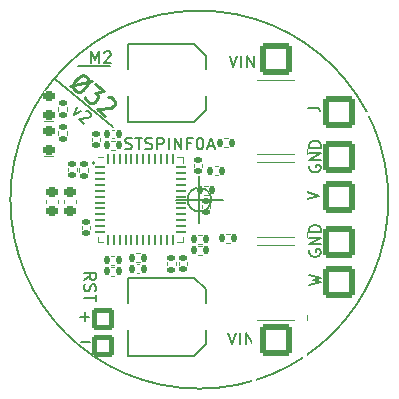
<source format=gto>
G04 #@! TF.GenerationSoftware,KiCad,Pcbnew,(6.0.7-1)-1*
G04 #@! TF.CreationDate,2023-01-06T02:07:54-05:00*
G04 #@! TF.ProjectId,O32controller,4f333263-6f6e-4747-926f-6c6c65722e6b,rev?*
G04 #@! TF.SameCoordinates,Original*
G04 #@! TF.FileFunction,Legend,Top*
G04 #@! TF.FilePolarity,Positive*
%FSLAX46Y46*%
G04 Gerber Fmt 4.6, Leading zero omitted, Abs format (unit mm)*
G04 Created by KiCad (PCBNEW (6.0.7-1)-1) date 2023-01-06 02:07:54*
%MOMM*%
%LPD*%
G01*
G04 APERTURE LIST*
G04 Aperture macros list*
%AMRoundRect*
0 Rectangle with rounded corners*
0 $1 Rounding radius*
0 $2 $3 $4 $5 $6 $7 $8 $9 X,Y pos of 4 corners*
0 Add a 4 corners polygon primitive as box body*
4,1,4,$2,$3,$4,$5,$6,$7,$8,$9,$2,$3,0*
0 Add four circle primitives for the rounded corners*
1,1,$1+$1,$2,$3*
1,1,$1+$1,$4,$5*
1,1,$1+$1,$6,$7*
1,1,$1+$1,$8,$9*
0 Add four rect primitives between the rounded corners*
20,1,$1+$1,$2,$3,$4,$5,0*
20,1,$1+$1,$4,$5,$6,$7,0*
20,1,$1+$1,$6,$7,$8,$9,0*
20,1,$1+$1,$8,$9,$2,$3,0*%
%AMFreePoly0*
4,1,78,0.535355,2.120355,0.550000,2.085000,0.550000,1.935000,0.535355,1.899645,0.500000,1.885000,0.150000,1.885000,0.150000,1.635000,0.500000,1.635000,0.535355,1.620355,0.550000,1.585000,0.550000,1.435000,0.535355,1.399645,0.500000,1.385000,0.150000,1.385000,0.150000,1.135000,0.500000,1.135000,0.535355,1.120355,0.550000,1.085000,0.550000,0.935000,0.535355,0.899645,
0.500000,0.885000,0.150000,0.885000,0.150000,0.635000,0.500000,0.635000,0.535355,0.620355,0.550000,0.585000,0.550000,0.435000,0.535355,0.399645,0.500000,0.385000,0.150000,0.385000,0.150000,0.135000,0.500000,0.135000,0.535355,0.120355,0.550000,0.085000,0.550000,-0.065000,0.535355,-0.100355,0.500000,-0.115000,0.150000,-0.115000,0.150000,-0.365000,0.500000,-0.365000,
0.535355,-0.379645,0.550000,-0.415000,0.550000,-0.565000,0.535355,-0.600355,0.500000,-0.615000,0.150000,-0.615000,0.150000,-0.865000,0.500000,-0.865000,0.535355,-0.879645,0.550000,-0.915000,0.550000,-1.065000,0.535355,-1.100355,0.500000,-1.115000,0.150000,-1.115000,0.150000,-1.365000,0.500000,-1.365000,0.535355,-1.379645,0.550000,-1.415000,0.550000,-1.565000,0.535355,-1.600355,
0.500000,-1.615000,0.150000,-1.615000,0.150000,-1.865000,0.500000,-1.865000,0.535355,-1.879645,0.550000,-1.915000,0.550000,-2.065000,0.535355,-2.100355,0.500000,-2.115000,-0.100000,-2.115000,-0.102414,-2.114000,-0.150000,-2.114000,-0.150000,2.114000,-0.137987,2.114000,-0.135355,2.120355,-0.100000,2.135000,0.500000,2.135000,0.535355,2.120355,0.535355,2.120355,$1*%
G04 Aperture macros list end*
%ADD10C,0.150000*%
%ADD11C,0.225000*%
%ADD12C,0.120000*%
%ADD13C,0.200000*%
%ADD14C,0.127000*%
%ADD15R,0.385000X0.690000*%
%ADD16R,1.035000X0.690000*%
%ADD17RoundRect,0.269607X-1.105393X-1.105393X1.105393X-1.105393X1.105393X1.105393X-1.105393X1.105393X0*%
%ADD18RoundRect,0.218750X0.256250X-0.218750X0.256250X0.218750X-0.256250X0.218750X-0.256250X-0.218750X0*%
%ADD19RoundRect,0.140000X0.140000X0.170000X-0.140000X0.170000X-0.140000X-0.170000X0.140000X-0.170000X0*%
%ADD20RoundRect,0.225000X0.250000X-0.225000X0.250000X0.225000X-0.250000X0.225000X-0.250000X-0.225000X0*%
%ADD21C,0.700000*%
%ADD22R,1.050000X1.400000*%
%ADD23RoundRect,0.135000X0.135000X0.185000X-0.135000X0.185000X-0.135000X-0.185000X0.135000X-0.185000X0*%
%ADD24RoundRect,0.062500X-0.375000X-0.062500X0.375000X-0.062500X0.375000X0.062500X-0.375000X0.062500X0*%
%ADD25RoundRect,0.062500X-0.062500X-0.375000X0.062500X-0.375000X0.062500X0.375000X-0.062500X0.375000X0*%
%ADD26R,2.800000X2.800000*%
%ADD27RoundRect,0.135000X0.185000X-0.135000X0.185000X0.135000X-0.185000X0.135000X-0.185000X-0.135000X0*%
%ADD28RoundRect,0.140000X-0.170000X0.140000X-0.170000X-0.140000X0.170000X-0.140000X0.170000X0.140000X0*%
%ADD29R,3.200000X1.600000*%
%ADD30RoundRect,0.135000X-0.135000X-0.185000X0.135000X-0.185000X0.135000X0.185000X-0.135000X0.185000X0*%
%ADD31R,0.700001X0.249999*%
%ADD32FreePoly0,0.000000*%
%ADD33FreePoly0,180.000000*%
%ADD34R,0.429999X0.375001*%
%ADD35C,0.499999*%
%ADD36RoundRect,0.176470X-0.723530X-0.723530X0.723530X-0.723530X0.723530X0.723530X-0.723530X0.723530X0*%
%ADD37R,1.600000X0.650000*%
%ADD38RoundRect,0.135000X-0.185000X0.135000X-0.185000X-0.135000X0.185000X-0.135000X0.185000X0.135000X0*%
%ADD39RoundRect,0.140000X0.170000X-0.140000X0.170000X0.140000X-0.170000X0.140000X-0.170000X-0.140000X0*%
%ADD40R,0.690000X0.385000*%
%ADD41R,0.690000X1.035000*%
%ADD42RoundRect,0.225000X-0.250000X0.225000X-0.250000X-0.225000X0.250000X-0.225000X0.250000X0.225000X0*%
G04 APERTURE END LIST*
D10*
X39700000Y-38700000D02*
X42450000Y-38700000D01*
X48000000Y-50000000D02*
X52000000Y-50000000D01*
X51000000Y-50000000D02*
G75*
G03*
X51000000Y-50000000I-1000000J0D01*
G01*
X50000000Y-48000000D02*
X50000000Y-52000000D01*
X66000000Y-50000000D02*
G75*
G03*
X66000000Y-50000000I-16000000J0D01*
G01*
X37800000Y-39750000D02*
X42650000Y-43850000D01*
X59350000Y-54261904D02*
X59302380Y-54357142D01*
X59302380Y-54500000D01*
X59350000Y-54642857D01*
X59445238Y-54738095D01*
X59540476Y-54785714D01*
X59730952Y-54833333D01*
X59873809Y-54833333D01*
X60064285Y-54785714D01*
X60159523Y-54738095D01*
X60254761Y-54642857D01*
X60302380Y-54500000D01*
X60302380Y-54404761D01*
X60254761Y-54261904D01*
X60207142Y-54214285D01*
X59873809Y-54214285D01*
X59873809Y-54404761D01*
X60302380Y-53785714D02*
X59302380Y-53785714D01*
X60302380Y-53214285D01*
X59302380Y-53214285D01*
X60302380Y-52738095D02*
X59302380Y-52738095D01*
X59302380Y-52500000D01*
X59350000Y-52357142D01*
X59445238Y-52261904D01*
X59540476Y-52214285D01*
X59730952Y-52166666D01*
X59873809Y-52166666D01*
X60064285Y-52214285D01*
X60159523Y-52261904D01*
X60254761Y-52357142D01*
X60302380Y-52500000D01*
X60302380Y-52738095D01*
X40840476Y-38452380D02*
X40840476Y-37452380D01*
X41173809Y-38166666D01*
X41507142Y-37452380D01*
X41507142Y-38452380D01*
X41935714Y-37547619D02*
X41983333Y-37500000D01*
X42078571Y-37452380D01*
X42316666Y-37452380D01*
X42411904Y-37500000D01*
X42459523Y-37547619D01*
X42507142Y-37642857D01*
X42507142Y-37738095D01*
X42459523Y-37880952D01*
X41888095Y-38452380D01*
X42507142Y-38452380D01*
X59302380Y-57228571D02*
X60302380Y-56990476D01*
X59588095Y-56800000D01*
X60302380Y-56609523D01*
X59302380Y-56371428D01*
X39919047Y-59921428D02*
X40680952Y-59921428D01*
X40300000Y-60302380D02*
X40300000Y-59540476D01*
X59350000Y-47111904D02*
X59302380Y-47207142D01*
X59302380Y-47350000D01*
X59350000Y-47492857D01*
X59445238Y-47588095D01*
X59540476Y-47635714D01*
X59730952Y-47683333D01*
X59873809Y-47683333D01*
X60064285Y-47635714D01*
X60159523Y-47588095D01*
X60254761Y-47492857D01*
X60302380Y-47350000D01*
X60302380Y-47254761D01*
X60254761Y-47111904D01*
X60207142Y-47064285D01*
X59873809Y-47064285D01*
X59873809Y-47254761D01*
X60302380Y-46635714D02*
X59302380Y-46635714D01*
X60302380Y-46064285D01*
X59302380Y-46064285D01*
X60302380Y-45588095D02*
X59302380Y-45588095D01*
X59302380Y-45350000D01*
X59350000Y-45207142D01*
X59445238Y-45111904D01*
X59540476Y-45064285D01*
X59730952Y-45016666D01*
X59873809Y-45016666D01*
X60064285Y-45064285D01*
X60159523Y-45111904D01*
X60254761Y-45207142D01*
X60302380Y-45350000D01*
X60302380Y-45588095D01*
D11*
X40871394Y-39969788D02*
X39031733Y-40384240D01*
X39360038Y-40659721D02*
X39296517Y-40513176D01*
X39278908Y-40311915D01*
X39407845Y-40047131D01*
X39729238Y-39664109D01*
X39967609Y-39491153D01*
X40168871Y-39473545D01*
X40324219Y-39510654D01*
X40543089Y-39694307D01*
X40606611Y-39840852D01*
X40624219Y-40042113D01*
X40495283Y-40306897D01*
X40173889Y-40689919D01*
X39935518Y-40862875D01*
X39734256Y-40880484D01*
X39578908Y-40843374D01*
X39360038Y-40659721D01*
X41199699Y-40245268D02*
X41911026Y-40842143D01*
X41160696Y-40958488D01*
X41324849Y-41096229D01*
X41388370Y-41242773D01*
X41397174Y-41343404D01*
X41360065Y-41498752D01*
X41130498Y-41772339D01*
X40983954Y-41835861D01*
X40883323Y-41844665D01*
X40727975Y-41807556D01*
X40399670Y-41532075D01*
X40336148Y-41385531D01*
X40327344Y-41284900D01*
X42256939Y-41318885D02*
X42357570Y-41310081D01*
X42512918Y-41347190D01*
X42786505Y-41576757D01*
X42850027Y-41723301D01*
X42858831Y-41823932D01*
X42821721Y-41979280D01*
X42729895Y-42088715D01*
X42537437Y-42206954D01*
X41329867Y-42312603D01*
X42041194Y-42909477D01*
D10*
X52554761Y-37802380D02*
X52888095Y-38802380D01*
X53221428Y-37802380D01*
X53554761Y-38802380D02*
X53554761Y-37802380D01*
X54030952Y-38802380D02*
X54030952Y-37802380D01*
X54602380Y-38802380D01*
X54602380Y-37802380D01*
X52454761Y-61252380D02*
X52788095Y-62252380D01*
X53121428Y-61252380D01*
X53454761Y-62252380D02*
X53454761Y-61252380D01*
X53930952Y-62252380D02*
X53930952Y-61252380D01*
X54502380Y-62252380D01*
X54502380Y-61252380D01*
X39969047Y-62021428D02*
X40730952Y-62021428D01*
X59152380Y-49983333D02*
X60152380Y-49650000D01*
X59152380Y-49316666D01*
X39640565Y-42176713D02*
X39394432Y-42840454D01*
X40005348Y-42482802D01*
X40413741Y-42514673D02*
X40480828Y-42508804D01*
X40584394Y-42533544D01*
X40766785Y-42686588D01*
X40809133Y-42784284D01*
X40815002Y-42851372D01*
X40790263Y-42954937D01*
X40729045Y-43027894D01*
X40600740Y-43106720D01*
X39795693Y-43177152D01*
X40269911Y-43575068D01*
X59202380Y-42835714D02*
X60011904Y-42835714D01*
X60107142Y-42788095D01*
X60154761Y-42740476D01*
X60202380Y-42645238D01*
X60202380Y-42454761D01*
X60154761Y-42359523D01*
X60107142Y-42311904D01*
X60011904Y-42264285D01*
X59202380Y-42264285D01*
X40247619Y-56802380D02*
X40723809Y-56469047D01*
X40247619Y-56230952D02*
X41247619Y-56230952D01*
X41247619Y-56611904D01*
X41200000Y-56707142D01*
X41152380Y-56754761D01*
X41057142Y-56802380D01*
X40914285Y-56802380D01*
X40819047Y-56754761D01*
X40771428Y-56707142D01*
X40723809Y-56611904D01*
X40723809Y-56230952D01*
X40295238Y-57183333D02*
X40247619Y-57326190D01*
X40247619Y-57564285D01*
X40295238Y-57659523D01*
X40342857Y-57707142D01*
X40438095Y-57754761D01*
X40533333Y-57754761D01*
X40628571Y-57707142D01*
X40676190Y-57659523D01*
X40723809Y-57564285D01*
X40771428Y-57373809D01*
X40819047Y-57278571D01*
X40866666Y-57230952D01*
X40961904Y-57183333D01*
X41057142Y-57183333D01*
X41152380Y-57230952D01*
X41200000Y-57278571D01*
X41247619Y-57373809D01*
X41247619Y-57611904D01*
X41200000Y-57754761D01*
X41247619Y-58040476D02*
X41247619Y-58611904D01*
X40247619Y-58326190D02*
X41247619Y-58326190D01*
X43711904Y-45704761D02*
X43854761Y-45752380D01*
X44092857Y-45752380D01*
X44188095Y-45704761D01*
X44235714Y-45657142D01*
X44283333Y-45561904D01*
X44283333Y-45466666D01*
X44235714Y-45371428D01*
X44188095Y-45323809D01*
X44092857Y-45276190D01*
X43902380Y-45228571D01*
X43807142Y-45180952D01*
X43759523Y-45133333D01*
X43711904Y-45038095D01*
X43711904Y-44942857D01*
X43759523Y-44847619D01*
X43807142Y-44800000D01*
X43902380Y-44752380D01*
X44140476Y-44752380D01*
X44283333Y-44800000D01*
X44569047Y-44752380D02*
X45140476Y-44752380D01*
X44854761Y-45752380D02*
X44854761Y-44752380D01*
X45426190Y-45704761D02*
X45569047Y-45752380D01*
X45807142Y-45752380D01*
X45902380Y-45704761D01*
X45950000Y-45657142D01*
X45997619Y-45561904D01*
X45997619Y-45466666D01*
X45950000Y-45371428D01*
X45902380Y-45323809D01*
X45807142Y-45276190D01*
X45616666Y-45228571D01*
X45521428Y-45180952D01*
X45473809Y-45133333D01*
X45426190Y-45038095D01*
X45426190Y-44942857D01*
X45473809Y-44847619D01*
X45521428Y-44800000D01*
X45616666Y-44752380D01*
X45854761Y-44752380D01*
X45997619Y-44800000D01*
X46426190Y-45752380D02*
X46426190Y-44752380D01*
X46807142Y-44752380D01*
X46902380Y-44800000D01*
X46950000Y-44847619D01*
X46997619Y-44942857D01*
X46997619Y-45085714D01*
X46950000Y-45180952D01*
X46902380Y-45228571D01*
X46807142Y-45276190D01*
X46426190Y-45276190D01*
X47426190Y-45752380D02*
X47426190Y-44752380D01*
X47902380Y-45752380D02*
X47902380Y-44752380D01*
X48473809Y-45752380D01*
X48473809Y-44752380D01*
X49283333Y-45228571D02*
X48950000Y-45228571D01*
X48950000Y-45752380D02*
X48950000Y-44752380D01*
X49426190Y-44752380D01*
X49997619Y-44752380D02*
X50092857Y-44752380D01*
X50188095Y-44800000D01*
X50235714Y-44847619D01*
X50283333Y-44942857D01*
X50330952Y-45133333D01*
X50330952Y-45371428D01*
X50283333Y-45561904D01*
X50235714Y-45657142D01*
X50188095Y-45704761D01*
X50092857Y-45752380D01*
X49997619Y-45752380D01*
X49902380Y-45704761D01*
X49854761Y-45657142D01*
X49807142Y-45561904D01*
X49759523Y-45371428D01*
X49759523Y-45133333D01*
X49807142Y-44942857D01*
X49854761Y-44847619D01*
X49902380Y-44800000D01*
X49997619Y-44752380D01*
X50711904Y-45466666D02*
X51188095Y-45466666D01*
X50616666Y-45752380D02*
X50950000Y-44752380D01*
X51283333Y-45752380D01*
D12*
X36850000Y-46337500D02*
X37650000Y-46337500D01*
X42807836Y-44090000D02*
X42592164Y-44090000D01*
X42807836Y-44810000D02*
X42592164Y-44810000D01*
X38060000Y-50290580D02*
X38060000Y-50009420D01*
X37040000Y-50290580D02*
X37040000Y-50009420D01*
X50703641Y-49580000D02*
X50396359Y-49580000D01*
X50703641Y-48820000D02*
X50396359Y-48820000D01*
X44953641Y-55280000D02*
X44646359Y-55280000D01*
X44953641Y-54520000D02*
X44646359Y-54520000D01*
X48610000Y-53610000D02*
X48610000Y-53135000D01*
X48610000Y-46390000D02*
X48610000Y-46865000D01*
X41390000Y-53610000D02*
X41390000Y-53135000D01*
X41865000Y-46390000D02*
X41390000Y-46390000D01*
X48135000Y-46390000D02*
X48610000Y-46390000D01*
X41865000Y-53610000D02*
X41390000Y-53610000D01*
X48135000Y-53610000D02*
X48610000Y-53610000D01*
D13*
X41150000Y-46900000D02*
G75*
G03*
X41150000Y-46900000I-100000J0D01*
G01*
D12*
X44907836Y-55490000D02*
X44692164Y-55490000D01*
X44907836Y-56210000D02*
X44692164Y-56210000D01*
X47980000Y-55563641D02*
X47980000Y-55256359D01*
X47220000Y-55563641D02*
X47220000Y-55256359D01*
X50910000Y-50492164D02*
X50910000Y-50707836D01*
X50190000Y-50492164D02*
X50190000Y-50707836D01*
D14*
X43950000Y-36800000D02*
X43950000Y-38980000D01*
X49550000Y-43400000D02*
X50550000Y-42400000D01*
X43950000Y-41220000D02*
X43950000Y-43400000D01*
X50550000Y-37800000D02*
X49550000Y-36800000D01*
X43950000Y-43400000D02*
X49550000Y-43400000D01*
X50550000Y-42400000D02*
X50550000Y-41220000D01*
X49550000Y-36800000D02*
X43950000Y-36800000D01*
X50550000Y-38980000D02*
X50550000Y-37800000D01*
D12*
X42506359Y-55690000D02*
X42813641Y-55690000D01*
X42506359Y-56450000D02*
X42813641Y-56450000D01*
X49896359Y-53920000D02*
X50203641Y-53920000D01*
X49896359Y-54680000D02*
X50203641Y-54680000D01*
X58049999Y-53149999D02*
X54850001Y-53149999D01*
X59100000Y-52750000D02*
X59100000Y-53150000D01*
X58049999Y-46850001D02*
X54850001Y-46850001D01*
X59100000Y-53150000D02*
X58900000Y-53150000D01*
X38830000Y-42453641D02*
X38830000Y-42146359D01*
X38070000Y-42453641D02*
X38070000Y-42146359D01*
X50260000Y-47012164D02*
X50260000Y-47227836D01*
X49540000Y-47012164D02*
X49540000Y-47227836D01*
X38070000Y-44503641D02*
X38070000Y-44196359D01*
X38830000Y-44503641D02*
X38830000Y-44196359D01*
X59100000Y-60150000D02*
X58900000Y-60150000D01*
X58049999Y-60149999D02*
X54850001Y-60149999D01*
X58049999Y-53850001D02*
X54850001Y-53850001D01*
X59100000Y-59750000D02*
X59100000Y-60150000D01*
X42853641Y-45780000D02*
X42546359Y-45780000D01*
X42853641Y-45020000D02*
X42546359Y-45020000D01*
X40580000Y-47316359D02*
X40580000Y-47623641D01*
X39820000Y-47316359D02*
X39820000Y-47623641D01*
X40890000Y-45027836D02*
X40890000Y-44812164D01*
X41610000Y-45027836D02*
X41610000Y-44812164D01*
X48960000Y-55312164D02*
X48960000Y-55527836D01*
X48240000Y-55312164D02*
X48240000Y-55527836D01*
X40760000Y-52272164D02*
X40760000Y-52487836D01*
X40040000Y-52272164D02*
X40040000Y-52487836D01*
X51286359Y-47170000D02*
X51593641Y-47170000D01*
X51286359Y-47930000D02*
X51593641Y-47930000D01*
X36850000Y-43362500D02*
X37650000Y-43362500D01*
X42803641Y-54740000D02*
X42496359Y-54740000D01*
X42803641Y-55500000D02*
X42496359Y-55500000D01*
X59100000Y-46150000D02*
X58900000Y-46150000D01*
X59100000Y-45750000D02*
X59100000Y-46150000D01*
X58049999Y-46149999D02*
X54850001Y-46149999D01*
X58049999Y-39850001D02*
X54850001Y-39850001D01*
X52403641Y-44820000D02*
X52096359Y-44820000D01*
X52403641Y-45580000D02*
X52096359Y-45580000D01*
D14*
X49550000Y-56600000D02*
X43950000Y-56600000D01*
X50550000Y-58780000D02*
X50550000Y-57600000D01*
X43950000Y-56600000D02*
X43950000Y-58780000D01*
X49550000Y-63200000D02*
X50550000Y-62200000D01*
X43950000Y-61020000D02*
X43950000Y-63200000D01*
X50550000Y-62200000D02*
X50550000Y-61020000D01*
X50550000Y-57600000D02*
X49550000Y-56600000D01*
X43950000Y-63200000D02*
X49550000Y-63200000D01*
D12*
X39560000Y-50009420D02*
X39560000Y-50290580D01*
X38540000Y-50009420D02*
X38540000Y-50290580D01*
X38890000Y-47342164D02*
X38890000Y-47557836D01*
X39610000Y-47342164D02*
X39610000Y-47557836D01*
X50203641Y-52970000D02*
X49896359Y-52970000D01*
X50203641Y-53730000D02*
X49896359Y-53730000D01*
X52246359Y-53630000D02*
X52553641Y-53630000D01*
X52246359Y-52870000D02*
X52553641Y-52870000D01*
%LPC*%
D15*
X40108500Y-45900000D03*
D16*
X39116500Y-45900000D03*
D17*
X61850000Y-53550000D03*
X61850000Y-49750000D03*
X56450000Y-38100000D03*
D18*
X37250000Y-45775000D03*
X37250000Y-44200000D03*
D19*
X43180000Y-44450000D03*
X42220000Y-44450000D03*
D20*
X37550000Y-50925000D03*
X37550000Y-49375000D03*
D21*
X37750000Y-56750000D03*
X39550000Y-56750000D03*
D22*
X39375000Y-58550000D03*
X39375000Y-54950000D03*
X37925000Y-54950000D03*
X37925000Y-58550000D03*
D23*
X51060000Y-49200000D03*
X50040000Y-49200000D03*
X45310000Y-54900000D03*
X44290000Y-54900000D03*
D24*
X41562500Y-47250000D03*
X41562500Y-47750000D03*
X41562500Y-48250000D03*
X41562500Y-48750000D03*
X41562500Y-49250000D03*
X41562500Y-49750000D03*
X41562500Y-50250000D03*
X41562500Y-50750000D03*
X41562500Y-51250000D03*
X41562500Y-51750000D03*
X41562500Y-52250000D03*
X41562500Y-52750000D03*
D25*
X42250000Y-53437500D03*
X42750000Y-53437500D03*
X43250000Y-53437500D03*
X43750000Y-53437500D03*
X44250000Y-53437500D03*
X44750000Y-53437500D03*
X45250000Y-53437500D03*
X45750000Y-53437500D03*
X46250000Y-53437500D03*
X46750000Y-53437500D03*
X47250000Y-53437500D03*
X47750000Y-53437500D03*
D24*
X48437500Y-52750000D03*
X48437500Y-52250000D03*
X48437500Y-51750000D03*
X48437500Y-51250000D03*
X48437500Y-50750000D03*
X48437500Y-50250000D03*
X48437500Y-49750000D03*
X48437500Y-49250000D03*
X48437500Y-48750000D03*
X48437500Y-48250000D03*
X48437500Y-47750000D03*
X48437500Y-47250000D03*
D25*
X47750000Y-46562500D03*
X47250000Y-46562500D03*
X46750000Y-46562500D03*
X46250000Y-46562500D03*
X45750000Y-46562500D03*
X45250000Y-46562500D03*
X44750000Y-46562500D03*
X44250000Y-46562500D03*
X43750000Y-46562500D03*
X43250000Y-46562500D03*
X42750000Y-46562500D03*
X42250000Y-46562500D03*
D26*
X45000000Y-50000000D03*
D19*
X45280000Y-55850000D03*
X44320000Y-55850000D03*
D27*
X47600000Y-55920000D03*
X47600000Y-54900000D03*
D28*
X50550000Y-50120000D03*
X50550000Y-51080000D03*
D29*
X49750000Y-40100000D03*
X44750000Y-40100000D03*
D30*
X42150000Y-56070000D03*
X43170000Y-56070000D03*
X49540000Y-54300000D03*
X50560000Y-54300000D03*
D31*
X58800000Y-52500000D03*
X58800000Y-52000001D03*
D32*
X58600000Y-49511000D03*
D33*
X54300000Y-49490000D03*
D31*
X54100000Y-52000001D03*
X54100000Y-52500000D03*
D34*
X58565000Y-53012999D03*
X58565000Y-46987001D03*
X54335000Y-46987001D03*
X54335000Y-53012999D03*
D35*
X55050000Y-48680000D03*
X55050000Y-50000000D03*
X55050000Y-51320000D03*
X56450000Y-50000000D03*
X56450000Y-51320002D03*
X56450000Y-52450000D03*
X56450000Y-48679998D03*
X56450000Y-47550000D03*
D27*
X38450000Y-42810000D03*
X38450000Y-41790000D03*
D28*
X49900000Y-46640000D03*
X49900000Y-47600000D03*
D36*
X41800000Y-60100000D03*
D37*
X37800000Y-52225000D03*
X37800000Y-53575000D03*
D17*
X61850000Y-46350000D03*
D27*
X38450000Y-44860000D03*
X38450000Y-43840000D03*
D31*
X58800000Y-59500000D03*
X58800000Y-59000001D03*
D32*
X58600000Y-56511000D03*
D33*
X54300000Y-56490000D03*
D31*
X54100000Y-59000001D03*
X54100000Y-59500000D03*
D34*
X58565000Y-60012999D03*
X58565000Y-53987001D03*
X54335000Y-53987001D03*
X54335000Y-60012999D03*
D35*
X56450000Y-54550000D03*
X55050000Y-55680000D03*
X56450000Y-58320002D03*
X56450000Y-57000000D03*
X55050000Y-57000000D03*
X56450000Y-55679998D03*
X56450000Y-59450000D03*
X55050000Y-58320000D03*
D23*
X43210000Y-45400000D03*
X42190000Y-45400000D03*
D17*
X61850000Y-42550000D03*
D38*
X40200000Y-46960000D03*
X40200000Y-47980000D03*
D39*
X41250000Y-45400000D03*
X41250000Y-44440000D03*
D28*
X48600000Y-54940000D03*
X48600000Y-55900000D03*
X40400000Y-51900000D03*
X40400000Y-52860000D03*
D30*
X50930000Y-47550000D03*
X51950000Y-47550000D03*
D18*
X37250000Y-42800000D03*
X37250000Y-41225000D03*
D36*
X41800000Y-62350000D03*
D23*
X43160000Y-55120000D03*
X42140000Y-55120000D03*
D31*
X58800000Y-45500000D03*
X58800000Y-45000001D03*
D32*
X58600000Y-42511000D03*
D33*
X54300000Y-42490000D03*
D31*
X54100000Y-45000001D03*
X54100000Y-45500000D03*
D34*
X58565000Y-46012999D03*
X58565000Y-39987001D03*
X54335000Y-39987001D03*
X54335000Y-46012999D03*
D35*
X55050000Y-41680000D03*
X55050000Y-44320000D03*
X56450000Y-43000000D03*
X56450000Y-44320002D03*
X56450000Y-40550000D03*
X55050000Y-43000000D03*
X56450000Y-45450000D03*
X56450000Y-41679998D03*
D23*
X52760000Y-45200000D03*
X51740000Y-45200000D03*
D40*
X40700000Y-54525500D03*
D41*
X40700000Y-55517500D03*
D17*
X56450000Y-61900000D03*
D29*
X49750000Y-59900000D03*
X44750000Y-59900000D03*
D42*
X39050000Y-49375000D03*
X39050000Y-50925000D03*
D40*
X37500000Y-48224500D03*
D41*
X37500000Y-47232500D03*
D17*
X61850000Y-56950000D03*
D28*
X39250000Y-46970000D03*
X39250000Y-47930000D03*
D23*
X50560000Y-53350000D03*
X49540000Y-53350000D03*
D30*
X51890000Y-53250000D03*
X52910000Y-53250000D03*
M02*

</source>
